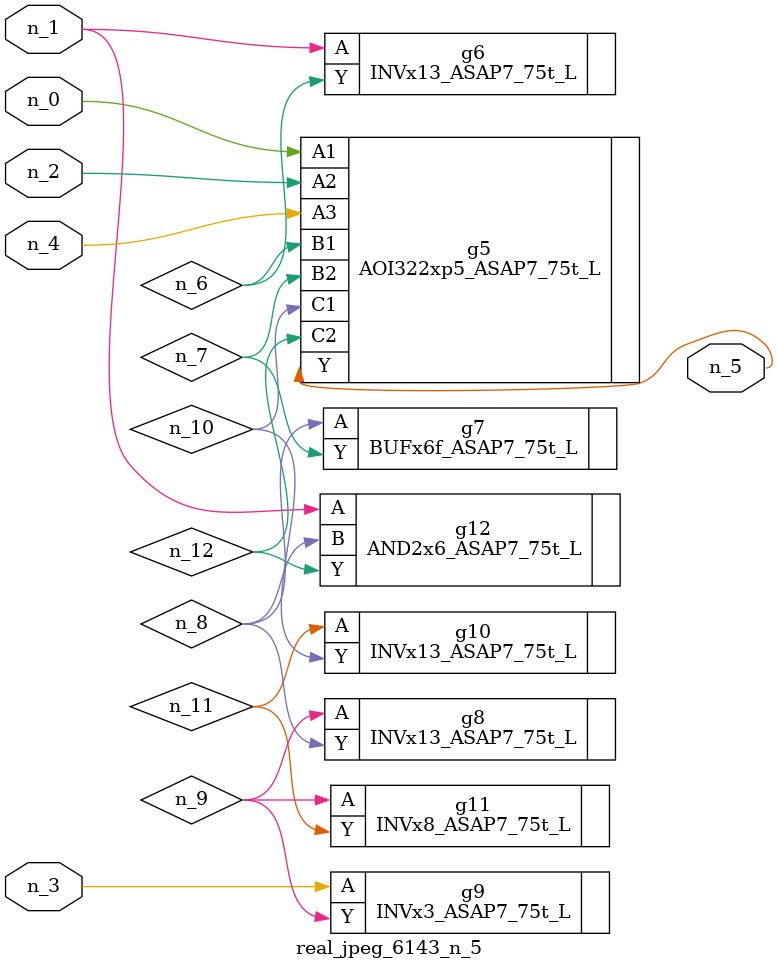
<source format=v>
module real_jpeg_6143_n_5 (n_4, n_0, n_1, n_2, n_3, n_5);

input n_4;
input n_0;
input n_1;
input n_2;
input n_3;

output n_5;

wire n_12;
wire n_8;
wire n_11;
wire n_6;
wire n_7;
wire n_10;
wire n_9;

AOI322xp5_ASAP7_75t_L g5 ( 
.A1(n_0),
.A2(n_2),
.A3(n_4),
.B1(n_6),
.B2(n_7),
.C1(n_10),
.C2(n_12),
.Y(n_5)
);

INVx13_ASAP7_75t_L g6 ( 
.A(n_1),
.Y(n_6)
);

AND2x6_ASAP7_75t_L g12 ( 
.A(n_1),
.B(n_8),
.Y(n_12)
);

INVx3_ASAP7_75t_L g9 ( 
.A(n_3),
.Y(n_9)
);

BUFx6f_ASAP7_75t_L g7 ( 
.A(n_8),
.Y(n_7)
);

INVx13_ASAP7_75t_L g8 ( 
.A(n_9),
.Y(n_8)
);

INVx8_ASAP7_75t_L g11 ( 
.A(n_9),
.Y(n_11)
);

INVx13_ASAP7_75t_L g10 ( 
.A(n_11),
.Y(n_10)
);


endmodule
</source>
